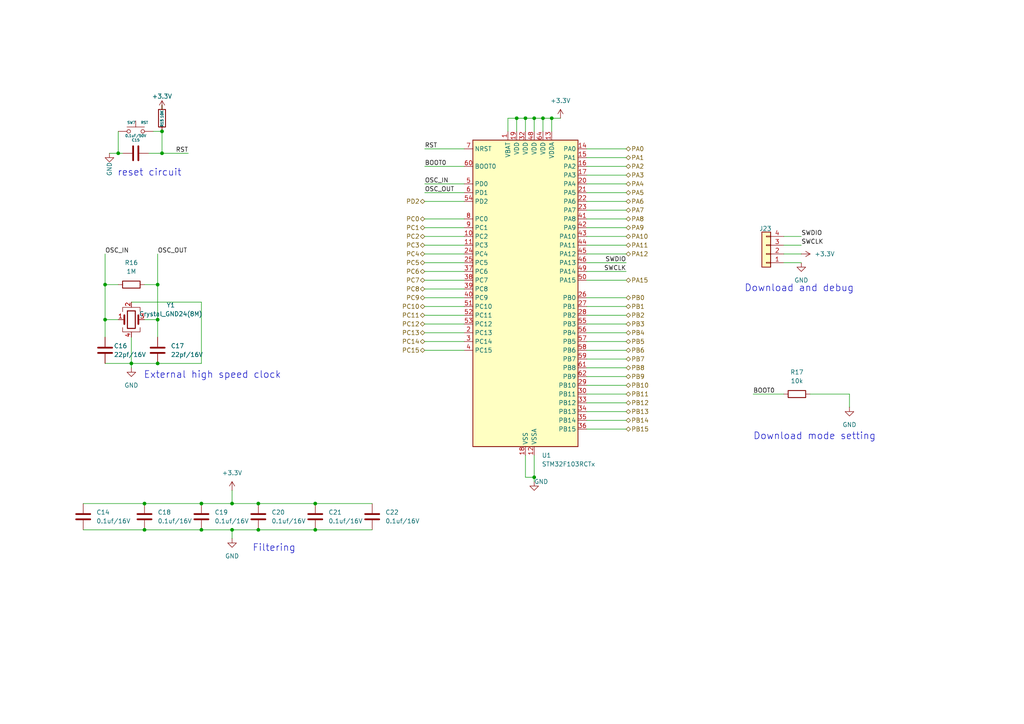
<source format=kicad_sch>
(kicad_sch (version 20231120) (generator "eeschema") (generator_version "8.0")
  (paper "A4")
  (lib_symbols
    (symbol "Library:+3.3V" (power) (pin_numbers hide) (pin_names (offset 0) hide)
      (property "Value" "+3.3V" (at 0 3.556 0))
      (symbol "+3.3V_0_1"
        (polyline (pts (xy -0.762 1.27) (xy 0 2.54)))
        (polyline (pts (xy 0 0) (xy 0 2.54)))
        (polyline (pts (xy 0 2.54) (xy 0.762 1.27)))
      )
      (symbol "+3.3V_1_1"
        (pin power_in line (at 0 0 90) (length 0) (name "~") (number "1"))
      )
    )
    (symbol "Library:C" (pin_numbers hide) (pin_names (offset 0.254))
      (property "Reference" "C" (at 0.635 2.54 0))
      (property "Value" "C" (at 0.635 -2.54 0))
      (symbol "C_0_1"
        (polyline (pts (xy -2.032 -0.762) (xy 2.032 -0.762)) (stroke (width 0.508)))
        (polyline (pts (xy -2.032 0.762) (xy 2.032 0.762)) (stroke (width 0.508)))
      )
      (symbol "C_1_1"
        (pin passive line (at 0 3.81 270) (length 2.794) (name "~") (number "1"))
        (pin passive line (at 0 -3.81 90) (length 2.794) (name "~") (number "2"))
      )
    )
    (symbol "Library:Conn_01x04" (pin_names (offset 1.016) hide)
      (property "Reference" "J" (at 0 5.08 0))
      (property "Value" "Conn_01x04" (at 0 -7.62 0))
      (symbol "Conn_01x04_1_1"
        (rectangle (start -1.27 -4.953) (end 0 -5.207) (stroke (width 0.1524)))
        (rectangle (start -1.27 -2.413) (end 0 -2.667) (stroke (width 0.1524)))
        (rectangle (start -1.27 0.127) (end 0 -0.127) (stroke (width 0.1524)))
        (rectangle (start -1.27 2.667) (end 0 2.413) (stroke (width 0.1524)))
        (rectangle (start -1.27 3.81) (end 1.27 -6.35) (stroke (width 0.254)) (fill (type background)))
        (pin passive line (at -5.08 2.54 0) (length 3.81) (name "Pin_1") (number "1"))
        (pin passive line (at -5.08 0 0) (length 3.81) (name "Pin_2") (number "2"))
        (pin passive line (at -5.08 -2.54 0) (length 3.81) (name "Pin_3") (number "3"))
        (pin passive line (at -5.08 -5.08 0) (length 3.81) (name "Pin_4") (number "4"))
      )
    )
    (symbol "Library:Crystal_GND24" (pin_names (offset 1.016) hide)
      (property "Reference" "Y" (at 3.175 5.08 0))
      (property "Value" "Crystal_GND24" (at 3.175 3.175 0))
      (symbol "Crystal_GND24_0_1"
        (rectangle (start -1.143 2.54) (end 1.143 -2.54) (stroke (width 0.3048)))
        (polyline (pts (xy -2.54 0) (xy -2.032 0)))
        (polyline (pts (xy -2.032 -1.27) (xy -2.032 1.27)) (stroke (width 0.508)))
        (polyline (pts (xy 0 -3.81) (xy 0 -3.556)))
        (polyline (pts (xy 0 3.556) (xy 0 3.81)))
        (polyline (pts (xy 2.032 -1.27) (xy 2.032 1.27)) (stroke (width 0.508)))
        (polyline (pts (xy 2.032 0) (xy 2.54 0)))
        (polyline (pts (xy -2.54 -2.286) (xy -2.54 -3.556) (xy 2.54 -3.556) (xy 2.54 -2.286)))
        (polyline (pts (xy -2.54 2.286) (xy -2.54 3.556) (xy 2.54 3.556) (xy 2.54 2.286)))
      )
      (symbol "Crystal_GND24_1_1"
        (pin passive line (at -3.81 0 0) (length 1.27) (name "1") (number "1"))
        (pin passive line (at 0 5.08 270) (length 1.27) (name "2") (number "2"))
        (pin passive line (at 3.81 0 180) (length 1.27) (name "3") (number "3"))
        (pin passive line (at 0 -5.08 90) (length 1.27) (name "4") (number "4"))
      )
    )
    (symbol "Library:GND" (power) (pin_numbers hide) (pin_names (offset 0) hide)
      (property "Value" "GND" (at 0 -3.81 0))
      (symbol "GND_0_1"
        (polyline (pts (xy 0 0) (xy 0 -1.27) (xy 1.27 -1.27) (xy 0 -2.54) (xy -1.27 -1.27) (xy 0 -1.27)))
      )
      (symbol "GND_1_1"
        (pin power_in line (at 0 0 270) (length 0) (name "~") (number "1"))
      )
    )
    (symbol "Library:R" (pin_numbers hide) (pin_names (offset 0))
      (property "Reference" "R" (at 2.032 0 90))
      (property "Value" "R" (at 0 0 90))
      (symbol "R_0_1"
        (rectangle (start -1.016 -2.54) (end 1.016 2.54) (stroke (width 0.254)))
      )
      (symbol "R_1_1"
        (pin passive line (at 0 3.81 270) (length 1.27) (name "~") (number "1"))
        (pin passive line (at 0 -3.81 90) (length 1.27) (name "~") (number "2"))
      )
    )
    (symbol "Library:STM32F103RCTx"
      (property "Reference" "U" (at -15.24 46.99 0))
      (property "Value" "STM32F103RCTx" (at 10.16 46.99 0))
      (symbol "STM32F103RCTx_0_1"
        (rectangle (start -15.24 -43.18) (end 15.24 45.72) (stroke (width 0.254)) (fill (type background)))
      )
      (symbol "STM32F103RCTx_1_1"
        (pin power_in line (at -5.08 48.26 270) (length 2.54) (name "VBAT") (number "1"))
        (pin bidirectional line (at -17.78 17.78 0) (length 2.54) (name "PC2") (number "10"))
        (pin bidirectional line (at -17.78 15.24 0) (length 2.54) (name "PC3") (number "11"))
        (pin power_in line (at 2.54 -45.72 90) (length 2.54) (name "VSSA") (number "12"))
        (pin power_in line (at 7.62 48.26 270) (length 2.54) (name "VDDA") (number "13"))
        (pin bidirectional line (at 17.78 43.18 180) (length 2.54) (name "PA0") (number "14"))
        (pin bidirectional line (at 17.78 40.64 180) (length 2.54) (name "PA1") (number "15"))
        (pin bidirectional line (at 17.78 38.1 180) (length 2.54) (name "PA2") (number "16"))
        (pin bidirectional line (at 17.78 35.56 180) (length 2.54) (name "PA3") (number "17"))
        (pin power_in line (at 0 -45.72 90) (length 2.54) (name "VSS") (number "18"))
        (pin power_in line (at -2.54 48.26 270) (length 2.54) (name "VDD") (number "19"))
        (pin bidirectional line (at -17.78 -10.16 0) (length 2.54) (name "PC13") (number "2"))
        (pin bidirectional line (at 17.78 33.02 180) (length 2.54) (name "PA4") (number "20"))
        (pin bidirectional line (at 17.78 30.48 180) (length 2.54) (name "PA5") (number "21"))
        (pin bidirectional line (at 17.78 27.94 180) (length 2.54) (name "PA6") (number "22"))
        (pin bidirectional line (at 17.78 25.4 180) (length 2.54) (name "PA7") (number "23"))
        (pin bidirectional line (at -17.78 12.7 0) (length 2.54) (name "PC4") (number "24"))
        (pin bidirectional line (at -17.78 10.16 0) (length 2.54) (name "PC5") (number "25"))
        (pin bidirectional line (at 17.78 0 180) (length 2.54) (name "PB0") (number "26"))
        (pin bidirectional line (at 17.78 -2.54 180) (length 2.54) (name "PB1") (number "27"))
        (pin bidirectional line (at 17.78 -5.08 180) (length 2.54) (name "PB2") (number "28"))
        (pin bidirectional line (at 17.78 -25.4 180) (length 2.54) (name "PB10") (number "29"))
        (pin bidirectional line (at -17.78 -12.7 0) (length 2.54) (name "PC14") (number "3"))
        (pin bidirectional line (at 17.78 -27.94 180) (length 2.54) (name "PB11") (number "30"))
        (pin passive line (at 0 -45.72 90) (length 2.54) hide (name "VSS") (number "31"))
        (pin power_in line (at 0 48.26 270) (length 2.54) (name "VDD") (number "32"))
        (pin bidirectional line (at 17.78 -30.48 180) (length 2.54) (name "PB12") (number "33"))
        (pin bidirectional line (at 17.78 -33.02 180) (length 2.54) (name "PB13") (number "34"))
        (pin bidirectional line (at 17.78 -35.56 180) (length 2.54) (name "PB14") (number "35"))
        (pin bidirectional line (at 17.78 -38.1 180) (length 2.54) (name "PB15") (number "36"))
        (pin bidirectional line (at -17.78 7.62 0) (length 2.54) (name "PC6") (number "37"))
        (pin bidirectional line (at -17.78 5.08 0) (length 2.54) (name "PC7") (number "38"))
        (pin bidirectional line (at -17.78 2.54 0) (length 2.54) (name "PC8") (number "39"))
        (pin bidirectional line (at -17.78 -15.24 0) (length 2.54) (name "PC15") (number "4"))
        (pin bidirectional line (at -17.78 0 0) (length 2.54) (name "PC9") (number "40"))
        (pin bidirectional line (at 17.78 22.86 180) (length 2.54) (name "PA8") (number "41"))
        (pin bidirectional line (at 17.78 20.32 180) (length 2.54) (name "PA9") (number "42"))
        (pin bidirectional line (at 17.78 17.78 180) (length 2.54) (name "PA10") (number "43"))
        (pin bidirectional line (at 17.78 15.24 180) (length 2.54) (name "PA11") (number "44"))
        (pin bidirectional line (at 17.78 12.7 180) (length 2.54) (name "PA12") (number "45"))
        (pin bidirectional line (at 17.78 10.16 180) (length 2.54) (name "PA13") (number "46"))
        (pin passive line (at 0 -45.72 90) (length 2.54) hide (name "VSS") (number "47"))
        (pin power_in line (at 2.54 48.26 270) (length 2.54) (name "VDD") (number "48"))
        (pin bidirectional line (at 17.78 7.62 180) (length 2.54) (name "PA14") (number "49"))
        (pin bidirectional line (at -17.78 33.02 0) (length 2.54) (name "PD0") (number "5"))
        (pin bidirectional line (at 17.78 5.08 180) (length 2.54) (name "PA15") (number "50"))
        (pin bidirectional line (at -17.78 -2.54 0) (length 2.54) (name "PC10") (number "51"))
        (pin bidirectional line (at -17.78 -5.08 0) (length 2.54) (name "PC11") (number "52"))
        (pin bidirectional line (at -17.78 -7.62 0) (length 2.54) (name "PC12") (number "53"))
        (pin bidirectional line (at -17.78 27.94 0) (length 2.54) (name "PD2") (number "54"))
        (pin bidirectional line (at 17.78 -7.62 180) (length 2.54) (name "PB3") (number "55"))
        (pin bidirectional line (at 17.78 -10.16 180) (length 2.54) (name "PB4") (number "56"))
        (pin bidirectional line (at 17.78 -12.7 180) (length 2.54) (name "PB5") (number "57"))
        (pin bidirectional line (at 17.78 -15.24 180) (length 2.54) (name "PB6") (number "58"))
        (pin bidirectional line (at 17.78 -17.78 180) (length 2.54) (name "PB7") (number "59"))
        (pin bidirectional line (at -17.78 30.48 0) (length 2.54) (name "PD1") (number "6"))
        (pin input line (at -17.78 38.1 0) (length 2.54) (name "BOOT0") (number "60"))
        (pin bidirectional line (at 17.78 -20.32 180) (length 2.54) (name "PB8") (number "61"))
        (pin bidirectional line (at 17.78 -22.86 180) (length 2.54) (name "PB9") (number "62"))
        (pin passive line (at 0 -45.72 90) (length 2.54) hide (name "VSS") (number "63"))
        (pin power_in line (at 5.08 48.26 270) (length 2.54) (name "VDD") (number "64"))
        (pin input line (at -17.78 43.18 0) (length 2.54) (name "NRST") (number "7"))
        (pin bidirectional line (at -17.78 22.86 0) (length 2.54) (name "PC0") (number "8"))
        (pin bidirectional line (at -17.78 20.32 0) (length 2.54) (name "PC1") (number "9"))
      )
    )
    (symbol "Library:SW_Push" (pin_numbers hide) (pin_names (offset 1.016) hide)
      (property "Reference" "SW" (at 1.27 2.54 0))
      (property "Value" "SW_Push" (at 0 -1.524 0))
      (symbol "SW_Push_0_1"
        (circle (center -2.032 0) (radius 0.508))
        (polyline (pts (xy 0 1.27) (xy 0 3.048)))
        (polyline (pts (xy 2.54 1.27) (xy -2.54 1.27)))
        (circle (center 2.032 0) (radius 0.508))
        (pin passive line (at -5.08 0 0) (length 2.54) (name "1") (number "1"))
        (pin passive line (at 5.08 0 180) (length 2.54) (name "2") (number "2"))
      )
    )
  )
  (junction (at 30.48 82.55))
  (junction (at 152.4 34.29))
  (junction (at 67.31 146.05))
  (junction (at 45.72 105.41))
  (junction (at 41.91 153.67))
  (junction (at 74.93 146.05))
  (junction (at 74.93 153.67))
  (junction (at 30.48 92.71))
  (junction (at 160.02 34.29))
  (junction (at 91.44 153.67))
  (junction (at 46.99 38.1))
  (junction (at 58.42 146.05))
  (junction (at 154.94 138.43))
  (junction (at 34.29 44.45))
  (junction (at 91.44 146.05))
  (junction (at 45.72 92.71))
  (junction (at 41.91 146.05))
  (junction (at 46.99 44.45))
  (junction (at 38.1 105.41))
  (junction (at 154.94 34.29))
  (junction (at 157.48 34.29))
  (junction (at 58.42 153.67))
  (junction (at 67.31 153.67))
  (junction (at 45.72 82.55))
  (junction (at 149.86 34.29))
  (wire (pts (xy 123.19 78.74) (xy 134.62 78.74)))
  (wire (pts (xy 170.18 106.68) (xy 181.61 106.68)))
  (wire (pts (xy 24.13 146.05) (xy 41.91 146.05)))
  (wire (pts (xy 123.19 73.66) (xy 134.62 73.66)))
  (wire (pts (xy 170.18 55.88) (xy 181.61 55.88)))
  (wire (pts (xy 170.18 81.28) (xy 181.61 81.28)))
  (wire (pts (xy 234.95 114.3) (xy 246.38 114.3)))
  (wire (pts (xy 34.29 38.1) (xy 34.29 44.45)))
  (wire (pts (xy 123.19 88.9) (xy 134.62 88.9)))
  (wire (pts (xy 123.19 93.98) (xy 134.62 93.98)))
  (wire (pts (xy 170.18 58.42) (xy 181.61 58.42)))
  (wire (pts (xy 246.38 114.3) (xy 246.38 118.11)))
  (wire (pts (xy 38.1 105.41) (xy 45.72 105.41)))
  (wire (pts (xy 43.18 44.45) (xy 46.99 44.45)))
  (wire (pts (xy 31.75 44.45) (xy 34.29 44.45)))
  (wire (pts (xy 218.44 114.3) (xy 227.33 114.3)))
  (wire (pts (xy 67.31 142.24) (xy 67.31 146.05)))
  (wire (pts (xy 67.31 146.05) (xy 74.93 146.05)))
  (wire (pts (xy 170.18 76.2) (xy 181.61 76.2)))
  (wire (pts (xy 41.91 92.71) (xy 45.72 92.71)))
  (wire (pts (xy 170.18 109.22) (xy 181.61 109.22)))
  (wire (pts (xy 58.42 146.05) (xy 67.31 146.05)))
  (wire (pts (xy 45.72 73.66) (xy 45.72 82.55)))
  (wire (pts (xy 123.19 81.28) (xy 134.62 81.28)))
  (wire (pts (xy 38.1 87.63) (xy 58.42 87.63)))
  (wire (pts (xy 170.18 104.14) (xy 181.61 104.14)))
  (wire (pts (xy 58.42 105.41) (xy 45.72 105.41)))
  (wire (pts (xy 170.18 71.12) (xy 181.61 71.12)))
  (wire (pts (xy 157.48 34.29) (xy 160.02 34.29)))
  (wire (pts (xy 154.94 34.29) (xy 154.94 38.1)))
  (wire (pts (xy 41.91 153.67) (xy 58.42 153.67)))
  (wire (pts (xy 123.19 71.12) (xy 134.62 71.12)))
  (wire (pts (xy 147.32 34.29) (xy 147.32 38.1)))
  (wire (pts (xy 30.48 97.79) (xy 30.48 92.71)))
  (wire (pts (xy 149.86 34.29) (xy 149.86 38.1)))
  (wire (pts (xy 45.72 92.71) (xy 45.72 97.79)))
  (wire (pts (xy 227.33 76.2) (xy 232.41 76.2)))
  (wire (pts (xy 123.19 96.52) (xy 134.62 96.52)))
  (wire (pts (xy 149.86 34.29) (xy 147.32 34.29)))
  (wire (pts (xy 91.44 146.05) (xy 107.95 146.05)))
  (wire (pts (xy 170.18 116.84) (xy 181.61 116.84)))
  (wire (pts (xy 170.18 124.46) (xy 181.61 124.46)))
  (wire (pts (xy 160.02 34.29) (xy 162.56 34.29)))
  (wire (pts (xy 154.94 34.29) (xy 157.48 34.29)))
  (wire (pts (xy 227.33 68.58) (xy 232.41 68.58)))
  (wire (pts (xy 170.18 53.34) (xy 181.61 53.34)))
  (wire (pts (xy 74.93 146.05) (xy 91.44 146.05)))
  (wire (pts (xy 58.42 87.63) (xy 58.42 105.41)))
  (wire (pts (xy 91.44 153.67) (xy 107.95 153.67)))
  (wire (pts (xy 123.19 55.88) (xy 134.62 55.88)))
  (wire (pts (xy 170.18 60.96) (xy 181.61 60.96)))
  (wire (pts (xy 34.29 82.55) (xy 30.48 82.55)))
  (wire (pts (xy 170.18 50.8) (xy 181.61 50.8)))
  (wire (pts (xy 227.33 73.66) (xy 232.41 73.66)))
  (wire (pts (xy 160.02 34.29) (xy 160.02 38.1)))
  (wire (pts (xy 123.19 48.26) (xy 134.62 48.26)))
  (wire (pts (xy 152.4 132.08) (xy 152.4 138.43)))
  (wire (pts (xy 170.18 43.18) (xy 181.61 43.18)))
  (wire (pts (xy 123.19 43.18) (xy 134.62 43.18)))
  (wire (pts (xy 152.4 34.29) (xy 154.94 34.29)))
  (wire (pts (xy 24.13 153.67) (xy 41.91 153.67)))
  (wire (pts (xy 157.48 34.29) (xy 157.48 38.1)))
  (wire (pts (xy 30.48 105.41) (xy 38.1 105.41)))
  (wire (pts (xy 30.48 73.66) (xy 30.48 82.55)))
  (wire (pts (xy 170.18 111.76) (xy 181.61 111.76)))
  (wire (pts (xy 123.19 66.04) (xy 134.62 66.04)))
  (wire (pts (xy 170.18 119.38) (xy 181.61 119.38)))
  (wire (pts (xy 123.19 58.42) (xy 134.62 58.42)))
  (wire (pts (xy 170.18 63.5) (xy 181.61 63.5)))
  (wire (pts (xy 152.4 138.43) (xy 154.94 138.43)))
  (wire (pts (xy 30.48 92.71) (xy 34.29 92.71)))
  (wire (pts (xy 170.18 66.04) (xy 181.61 66.04)))
  (wire (pts (xy 170.18 101.6) (xy 181.61 101.6)))
  (wire (pts (xy 170.18 78.74) (xy 181.61 78.74)))
  (wire (pts (xy 154.94 138.43) (xy 154.94 132.08)))
  (wire (pts (xy 41.91 82.55) (xy 45.72 82.55)))
  (wire (pts (xy 44.45 38.1) (xy 46.99 38.1)))
  (wire (pts (xy 41.91 146.05) (xy 58.42 146.05)))
  (wire (pts (xy 123.19 91.44) (xy 134.62 91.44)))
  (wire (pts (xy 46.99 31.75) (xy 46.99 30.48)))
  (wire (pts (xy 46.99 38.1) (xy 46.99 44.45)))
  (wire (pts (xy 170.18 96.52) (xy 181.61 96.52)))
  (wire (pts (xy 170.18 86.36) (xy 181.61 86.36)))
  (wire (pts (xy 152.4 34.29) (xy 152.4 38.1)))
  (wire (pts (xy 170.18 114.3) (xy 181.61 114.3)))
  (wire (pts (xy 123.19 101.6) (xy 134.62 101.6)))
  (wire (pts (xy 170.18 88.9) (xy 181.61 88.9)))
  (wire (pts (xy 170.18 121.92) (xy 181.61 121.92)))
  (wire (pts (xy 170.18 93.98) (xy 181.61 93.98)))
  (wire (pts (xy 34.29 44.45) (xy 35.56 44.45)))
  (wire (pts (xy 170.18 91.44) (xy 181.61 91.44)))
  (wire (pts (xy 149.86 34.29) (xy 152.4 34.29)))
  (wire (pts (xy 123.19 53.34) (xy 134.62 53.34)))
  (wire (pts (xy 123.19 68.58) (xy 134.62 68.58)))
  (wire (pts (xy 74.93 153.67) (xy 91.44 153.67)))
  (wire (pts (xy 38.1 97.79) (xy 38.1 105.41)))
  (wire (pts (xy 67.31 153.67) (xy 74.93 153.67)))
  (wire (pts (xy 67.31 153.67) (xy 67.31 156.21)))
  (wire (pts (xy 123.19 86.36) (xy 134.62 86.36)))
  (wire (pts (xy 123.19 83.82) (xy 134.62 83.82)))
  (wire (pts (xy 45.72 82.55) (xy 45.72 92.71)))
  (wire (pts (xy 58.42 153.67) (xy 67.31 153.67)))
  (wire (pts (xy 170.18 73.66) (xy 181.61 73.66)))
  (wire (pts (xy 54.61 44.45) (xy 46.99 44.45)))
  (wire (pts (xy 227.33 71.12) (xy 232.41 71.12)))
  (wire (pts (xy 170.18 45.72) (xy 181.61 45.72)))
  (wire (pts (xy 38.1 105.41) (xy 38.1 106.68)))
  (wire (pts (xy 154.94 138.43) (xy 154.94 139.7)))
  (wire (pts (xy 170.18 68.58) (xy 181.61 68.58)))
  (wire (pts (xy 123.19 76.2) (xy 134.62 76.2)))
  (wire (pts (xy 123.19 99.06) (xy 134.62 99.06)))
  (wire (pts (xy 170.18 48.26) (xy 181.61 48.26)))
  (wire (pts (xy 30.48 82.55) (xy 30.48 92.71)))
  (wire (pts (xy 170.18 99.06) (xy 181.61 99.06)))
  (wire (pts (xy 123.19 63.5) (xy 134.62 63.5)))
  (text "Filtering" (at 79.502 159.004 0) (effects (font (size 2 2))))
  (text "Download mode setting" (at 218.44 127.762 0) (effects (font (size 2 2)) (justify left bottom)))
  (text "External high speed clock" (at 41.656 109.982 0) (effects (font (size 2 2)) (justify left bottom)))
  (text "Download and debug" (at 215.9 84.836 0) (effects (font (size 2 2)) (justify left bottom)))
  (text "reset circuit" (at 34.036 51.308 0) (effects (font (size 2 2)) (justify left bottom)))
  (label "OSC_IN" (at 123.19 53.34 0))
  (label "BOOT0" (at 218.44 114.3 0))
  (label "RST" (at 54.61 44.45 180))
  (label "RST" (at 123.19 43.18 0))
  (label "OSC_OUT" (at 45.72 73.66 0))
  (label "OSC_IN" (at 30.48 73.66 0))
  (label "OSC_OUT" (at 123.19 55.88 0))
  (label "SWCLK" (at 232.41 71.12 0))
  (label "BOOT0" (at 123.19 48.26 0))
  (label "SWCLK" (at 181.61 78.74 180))
  (label "SWDIO" (at 181.61 76.2 180))
  (label "SWDIO" (at 232.41 68.58 0))
  (hierarchical_label "PB13" (shape bidirectional) (at 181.61 119.38 0))
  (hierarchical_label "PB6" (shape bidirectional) (at 181.61 101.6 0))
  (hierarchical_label "PB14" (shape bidirectional) (at 181.61 121.92 0))
  (hierarchical_label "PC14" (shape bidirectional) (at 123.19 99.06 180))
  (hierarchical_label "PC11" (shape bidirectional) (at 123.19 91.44 180))
  (hierarchical_label "PC6" (shape bidirectional) (at 123.19 78.74 180))
  (hierarchical_label "PB3" (shape bidirectional) (at 181.61 93.98 0))
  (hierarchical_label "PA11" (shape bidirectional) (at 181.61 71.12 0))
  (hierarchical_label "PA9" (shape bidirectional) (at 181.61 66.04 0))
  (hierarchical_label "PB11" (shape bidirectional) (at 181.61 114.3 0))
  (hierarchical_label "PB15" (shape bidirectional) (at 181.61 124.46 0))
  (hierarchical_label "PC0" (shape bidirectional) (at 123.19 63.5 180))
  (hierarchical_label "PA3" (shape bidirectional) (at 181.61 50.8 0))
  (hierarchical_label "PB1" (shape bidirectional) (at 181.61 88.9 0))
  (hierarchical_label "PC4" (shape bidirectional) (at 123.19 73.66 180))
  (hierarchical_label "PA5" (shape bidirectional) (at 181.61 55.88 0))
  (hierarchical_label "PC15" (shape bidirectional) (at 123.19 101.6 180))
  (hierarchical_label "PB9" (shape bidirectional) (at 181.61 109.22 0))
  (hierarchical_label "PB7" (shape bidirectional) (at 181.61 104.14 0))
  (hierarchical_label "PD2" (shape bidirectional) (at 123.19 58.42 180))
  (hierarchical_label "PA4" (shape bidirectional) (at 181.61 53.34 0))
  (hierarchical_label "PA7" (shape bidirectional) (at 181.61 60.96 0))
  (hierarchical_label "PC5" (shape bidirectional) (at 123.19 76.2 180))
  (hierarchical_label "PB8" (shape bidirectional) (at 181.61 106.68 0))
  (hierarchical_label "PB10" (shape bidirectional) (at 181.61 111.76 0))
  (hierarchical_label "PB0" (shape bidirectional) (at 181.61 86.36 0))
  (hierarchical_label "PA15" (shape bidirectional) (at 181.61 81.28 0))
  (hierarchical_label "PA2" (shape bidirectional) (at 181.61 48.26 0))
  (hierarchical_label "PC13" (shape bidirectional) (at 123.19 96.52 180))
  (hierarchical_label "PB2" (shape bidirectional) (at 181.61 91.44 0))
  (hierarchical_label "PA6" (shape bidirectional) (at 181.61 58.42 0))
  (hierarchical_label "PC9" (shape bidirectional) (at 123.19 86.36 180))
  (hierarchical_label "PA12" (shape bidirectional) (at 181.61 73.66 0))
  (hierarchical_label "PB12" (shape bidirectional) (at 181.61 116.84 0))
  (hierarchical_label "PB5" (shape bidirectional) (at 181.61 99.06 0))
  (hierarchical_label "PC2" (shape bidirectional) (at 123.19 68.58 180))
  (hierarchical_label "PA8" (shape bidirectional) (at 181.61 63.5 0))
  (hierarchical_label "PA10" (shape bidirectional) (at 181.61 68.58 0))
  (hierarchical_label "PC8" (shape bidirectional) (at 123.19 83.82 180))
  (hierarchical_label "PC7" (shape bidirectional) (at 123.19 81.28 180))
  (hierarchical_label "PC1" (shape bidirectional) (at 123.19 66.04 180))
  (hierarchical_label "PC3" (shape bidirectional) (at 123.19 71.12 180))
  (hierarchical_label "PC12" (shape bidirectional) (at 123.19 93.98 180))
  (hierarchical_label "PA1" (shape bidirectional) (at 181.61 45.72 0))
  (hierarchical_label "PC10" (shape bidirectional) (at 123.19 88.9 180))
  (hierarchical_label "PA0" (shape bidirectional) (at 181.61 43.18 0))
  (hierarchical_label "PB4" (shape bidirectional) (at 181.61 96.52 0))
  (symbol (lib_id "Library:STM32F103RCTx") (at 152.4 86.36 0) (unit 1)
    (property "Reference" "U1" (at 157.1341 132.08 0) (effects (justify left)))
    (property "Value" "STM32F103RCTx" (at 157.1341 134.62 0) (effects (justify left)))
    (property "Footprint" "Package_QFP:LQFP-64_10x10mm_P0.5mm" (effects (hide yes)))
    (property "Datasheet" "https://www.st.com/resource/en/datasheet/stm32f103rc.pdf" (effects (hide yes)))
    (property "Description" "STMicroelectronics Arm Cortex-M3 MCU, 256KB flash, 48KB RAM, 72 MHz, 2.0-3.6V, 51 GPIO, LQFP64" (effects (hide yes)))
  )
  (symbol (lib_id "Library:C") (at 58.42 149.86 0) (unit 1)
    (property "Reference" "C19" (at 62.23 148.59 0) (effects (justify left)))
    (property "Value" "0.1uf/16V" (at 62.23 151.13 0) (effects (justify left)))
    (property "Footprint" "Capacitor_SMD:C_0603_1608Metric" (effects (hide yes)))
    (property "Description" "Unpolarized capacitor" (effects (hide yes)))
  )
  (symbol (lib_id "Library:GND") (at 67.31 156.21 0) (unit 1)
    (property "Reference" "#PWR070" (effects (hide yes)))
    (property "Value" "GND" (at 67.31 161.29 0))
    (property "Description" "Power symbol creates a global label with name \"GND\" , ground" (effects (hide yes)))
  )
  (symbol (lib_id "Library:+3.3V") (at 67.31 142.24 0) (unit 1)
    (property "Reference" "#PWR069" (effects (hide yes)))
    (property "Value" "+3.3V" (at 67.31 137.16 0))
    (property "Description" "Power symbol creates a global label with name \"+3.3V\"" (effects (hide yes)))
  )
  (symbol (lib_id "Library:GND") (at 232.41 76.2 0) (unit 1)
    (property "Reference" "#PWR076" (effects (hide yes)))
    (property "Value" "GND" (at 232.41 81.28 0))
    (property "Description" "Power symbol creates a global label with name \"GND\" , ground" (effects (hide yes)))
  )
  (symbol (lib_id "Library:GND") (at 246.38 118.11 0) (unit 1)
    (property "Reference" "#PWR082" (effects (hide yes)))
    (property "Value" "GND" (at 246.38 123.19 0))
    (property "Description" "Power symbol creates a global label with name \"GND\" , ground" (effects (hide yes)))
  )
  (symbol (lib_id "Library:C") (at 30.48 101.6 0) (unit 1)
    (property "Reference" "C16" (at 33.02 100.33 0) (effects (justify left)))
    (property "Value" "22pf/16V" (at 33.02 102.87 0) (effects (justify left)))
    (property "Footprint" "Capacitor_SMD:C_0603_1608Metric" (effects (hide yes)))
    (property "Description" "Unpolarized capacitor" (effects (hide yes)))
  )
  (symbol (lib_id "Library:+3.3V") (at 162.56 34.29 0) (unit 1)
    (property "Reference" "#PWR068" (effects (hide yes)))
    (property "Value" "+3.3V" (at 162.56 29.21 0))
    (property "Description" "Power symbol creates a global label with name \"+3.3V\"" (effects (hide yes)))
  )
  (symbol (lib_id "Library:C") (at 45.72 101.6 0) (unit 1)
    (property "Reference" "C17" (at 49.53 100.33 0) (effects (justify left)))
    (property "Value" "22pf/16V" (at 49.53 102.87 0) (effects (justify left)))
    (property "Footprint" "Capacitor_SMD:C_0603_1608Metric" (effects (hide yes)))
    (property "Description" "Unpolarized capacitor" (effects (hide yes)))
  )
  (symbol (lib_id "Library:+3.3V") (at 232.41 73.66 270) (unit 1)
    (property "Reference" "#PWR083" (effects (hide yes)))
    (property "Value" "+3.3V" (at 236.22 73.6599 90) (effects (justify left)))
    (property "Description" "Power symbol creates a global label with name \"+3.3V\"" (effects (hide yes)))
  )
  (symbol (lib_id "Library:R") (at 46.99 34.29 180) (unit 1)
    (property "Reference" "R15" (at 46.99 36.83 90) (effects (font (size 0.762 0.762)) (justify right)))
    (property "Value" "10K" (at 46.99 34.29 90) (effects (font (size 0.762 0.762)) (justify right)))
    (property "Footprint" "Resistor_SMD:R_0603_1608Metric" (effects (hide yes)))
    (property "Description" "Resistor" (effects (hide yes)))
  )
  (symbol (lib_id "Library:SW_Push") (at 39.37 38.1 0) (unit 1)
    (property "Reference" "SW7" (at 38.1 35.56 0) (effects (font (size 0.762 0.762))))
    (property "Value" "RST" (at 41.91 35.56 0) (effects (font (size 0.762 0.762))))
    (property "Footprint" "Button_Switch_SMD:SW_SPST_FSMSM" (effects (hide yes)))
    (property "Description" "Push button switch, generic, two pins" (effects (hide yes)))
  )
  (symbol (lib_id "Library:GND") (at 31.75 44.45 0) (unit 1)
    (property "Reference" "#PWR049" (effects (hide yes)))
    (property "Value" "GND" (at 31.75 46.99 90) (effects (justify right)))
    (property "Description" "Power symbol creates a global label with name \"GND\" , ground" (effects (hide yes)))
  )
  (symbol (lib_id "Library:GND") (at 38.1 106.68 0) (unit 1)
    (property "Reference" "#PWR071" (effects (hide yes)))
    (property "Value" "GND" (at 38.1 111.76 0))
    (property "Description" "Power symbol creates a global label with name \"GND\" , ground" (effects (hide yes)))
  )
  (symbol (lib_id "Library:Conn_01x04") (at 222.25 73.66 180) (unit 1)
    (property "Reference" "J23" (at 221.996 66.294 0))
    (property "Value" "Conn_01x04" (effects (hide yes)))
    (property "Footprint" "Connector_PinSocket_2.54mm:PinSocket_1x04_P2.54mm_Vertical" (effects (hide yes)))
    (property "Description" "Generic connector, single row, 01x04, script generated (kicad-library-utils/schlib/autogen/connector/)" (effects (hide yes)))
  )
  (symbol (lib_id "Library:C") (at 91.44 149.86 0) (unit 1)
    (property "Reference" "C21" (at 95.25 148.59 0) (effects (justify left)))
    (property "Value" "0.1uf/16V" (at 95.25 151.13 0) (effects (justify left)))
    (property "Footprint" "Capacitor_SMD:C_0603_1608Metric" (effects (hide yes)))
    (property "Description" "Unpolarized capacitor" (effects (hide yes)))
  )
  (symbol (lib_id "Library:C") (at 39.37 44.45 90) (unit 1)
    (property "Reference" "C15" (at 39.37 40.64 90) (effects (font (size 0.762 0.762))))
    (property "Value" "0.1uF/50V" (at 39.37 39.37 90) (effects (font (size 0.762 0.762))))
    (property "Footprint" "Capacitor_SMD:C_0603_1608Metric" (effects (hide yes)))
    (property "Description" "Unpolarized capacitor" (effects (hide yes)))
  )
  (symbol (lib_id "Library:C") (at 107.95 149.86 0) (unit 1)
    (property "Reference" "C22" (at 111.76 148.59 0) (effects (justify left)))
    (property "Value" "0.1uf/16V" (at 111.76 151.13 0) (effects (justify left)))
    (property "Footprint" "Capacitor_SMD:C_0603_1608Metric" (effects (hide yes)))
    (property "Description" "Unpolarized capacitor" (effects (hide yes)))
  )
  (symbol (lib_id "Library:+3.3V") (at 46.99 31.75 0) (unit 1)
    (property "Reference" "#PWR050" (effects (hide yes)))
    (property "Value" "+3.3V" (at 46.99 27.94 0))
    (property "Description" "Power symbol creates a global label with name \"+3.3V\"" (effects (hide yes)))
  )
  (symbol (lib_id "Library:R") (at 231.14 114.3 270) (unit 1)
    (property "Reference" "R17" (at 231.14 107.95 90))
    (property "Value" "10k" (at 231.14 110.49 90))
    (property "Footprint" "Resistor_SMD:R_0603_1608Metric" (effects (hide yes)))
    (property "Description" "Resistor" (effects (hide yes)))
  )
  (symbol (lib_id "Library:C") (at 74.93 149.86 0) (unit 1)
    (property "Reference" "C20" (at 78.74 148.59 0) (effects (justify left)))
    (property "Value" "0.1uf/16V" (at 78.74 151.13 0) (effects (justify left)))
    (property "Footprint" "Capacitor_SMD:C_0603_1608Metric" (effects (hide yes)))
    (property "Description" "Unpolarized capacitor" (effects (hide yes)))
  )
  (symbol (lib_id "Library:C") (at 41.91 149.86 0) (unit 1)
    (property "Reference" "C18" (at 45.72 148.59 0) (effects (justify left)))
    (property "Value" "0.1uf/16V" (at 45.72 151.13 0) (effects (justify left)))
    (property "Footprint" "Capacitor_SMD:C_0603_1608Metric" (effects (hide yes)))
    (property "Description" "Unpolarized capacitor" (effects (hide yes)))
  )
  (symbol (lib_id "Library:GND") (at 154.94 139.7 0) (unit 1)
    (property "Reference" "#PWR060" (effects (hide yes)))
    (property "Value" "GND" (at 156.972 139.7 0))
    (property "Description" "Power symbol creates a global label with name \"GND\" , ground" (effects (hide yes)))
  )
  (symbol (lib_id "Library:C") (at 24.13 149.86 0) (unit 1)
    (property "Reference" "C14" (at 27.94 148.59 0) (effects (justify left)))
    (property "Value" "0.1uf/16V" (at 27.94 151.13 0) (effects (justify left)))
    (property "Footprint" "Capacitor_SMD:C_0603_1608Metric" (effects (hide yes)))
    (property "Description" "Unpolarized capacitor" (effects (hide yes)))
  )
  (symbol (lib_id "Library:Crystal_GND24") (at 38.1 92.71 0) (unit 1)
    (property "Reference" "Y1" (at 49.53 88.5191 0))
    (property "Value" "Crystal_GND24(8M)" (at 49.53 91.0591 0))
    (property "Footprint" "Crystal:Crystal_SMD_3225-4Pin_3.2x2.5mm" (effects (hide yes)))
    (property "Description" "Four pin crystal, GND on pins 2 and 4" (effects (hide yes)))
  )
  (symbol (lib_id "Library:R") (at 38.1 82.55 90) (unit 1)
    (property "Reference" "R16" (at 38.1 76.2 90))
    (property "Value" "1M" (at 38.1 78.74 90))
    (property "Footprint" "Resistor_SMD:R_0603_1608Metric" (effects (hide yes)))
    (property "Description" "Resistor" (effects (hide yes)))
  )
)
</source>
